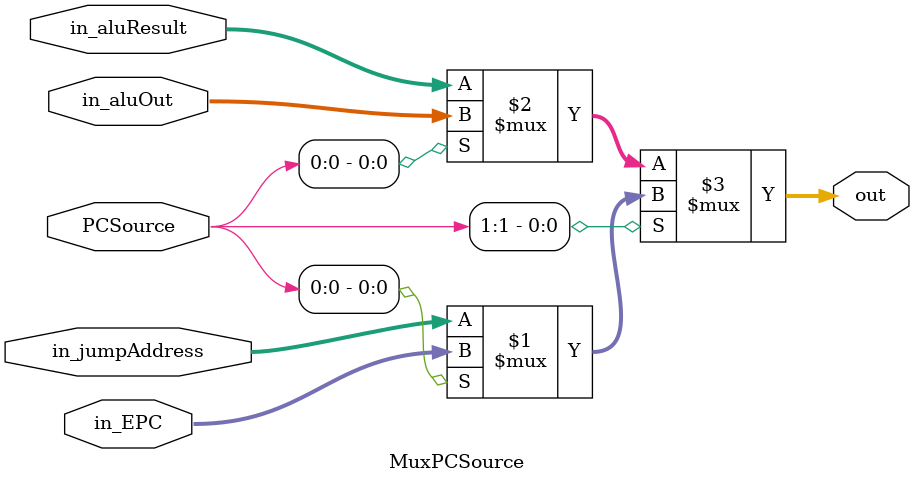
<source format=v>
module MuxPCSource(PCSource, in_aluResult, in_aluOut, in_jumpAddress, in_EPC, out);
												
	input [1:0] PCSource;
	input [31:0] in_aluResult;
	input [31:0] in_aluOut;
	input [31:0] in_jumpAddress;
	input [31:0] in_EPC;
	
	output [31:0] out;
	
	assign out = PCSource[1] ? (PCSource[0] ? in_EPC : in_jumpAddress) : (PCSource[0] ? in_aluOut : in_aluResult);
	
endmodule

</source>
